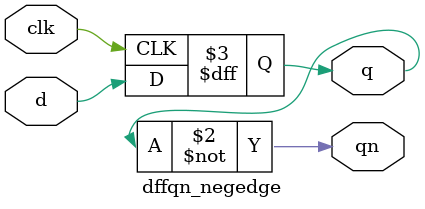
<source format=v>
`default_nettype none
`timescale 1ns/1ps
module dffqn_negedge (
    input			clk,
    input			d,

    output reg			q,
    output			qn
);

    always @(negedge clk) begin
        q <= d;
    end

    assign qn = ~q;

endmodule

</source>
